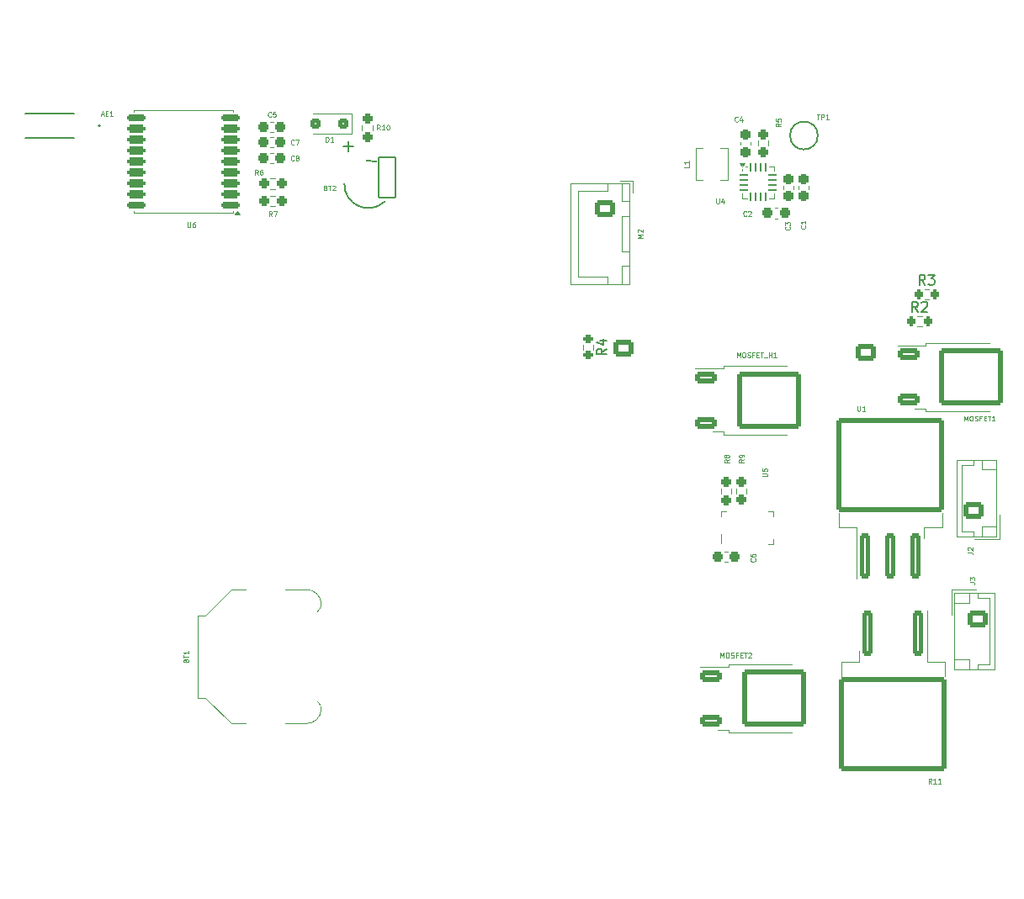
<source format=gto>
G04 #@! TF.GenerationSoftware,KiCad,Pcbnew,8.0.1*
G04 #@! TF.CreationDate,2025-04-08T18:27:35-04:00*
G04 #@! TF.ProjectId,GHOUL_V1.0,47484f55-4c5f-4563-912e-302e6b696361,rev?*
G04 #@! TF.SameCoordinates,Original*
G04 #@! TF.FileFunction,Legend,Top*
G04 #@! TF.FilePolarity,Positive*
%FSLAX46Y46*%
G04 Gerber Fmt 4.6, Leading zero omitted, Abs format (unit mm)*
G04 Created by KiCad (PCBNEW 8.0.1) date 2025-04-08 18:27:35*
%MOMM*%
%LPD*%
G01*
G04 APERTURE LIST*
G04 Aperture macros list*
%AMRoundRect*
0 Rectangle with rounded corners*
0 $1 Rounding radius*
0 $2 $3 $4 $5 $6 $7 $8 $9 X,Y pos of 4 corners*
0 Add a 4 corners polygon primitive as box body*
4,1,4,$2,$3,$4,$5,$6,$7,$8,$9,$2,$3,0*
0 Add four circle primitives for the rounded corners*
1,1,$1+$1,$2,$3*
1,1,$1+$1,$4,$5*
1,1,$1+$1,$6,$7*
1,1,$1+$1,$8,$9*
0 Add four rect primitives between the rounded corners*
20,1,$1+$1,$2,$3,$4,$5,0*
20,1,$1+$1,$4,$5,$6,$7,0*
20,1,$1+$1,$6,$7,$8,$9,0*
20,1,$1+$1,$8,$9,$2,$3,0*%
G04 Aperture macros list end*
%ADD10C,0.125000*%
%ADD11C,0.150000*%
%ADD12C,0.120000*%
%ADD13C,0.127000*%
%ADD14C,7.500000*%
%ADD15C,0.000100*%
%ADD16R,3.300000X3.500000*%
%ADD17C,10.200000*%
%ADD18RoundRect,0.237500X0.237500X-0.250000X0.237500X0.250000X-0.237500X0.250000X-0.237500X-0.250000X0*%
%ADD19RoundRect,0.237500X-0.237500X0.250000X-0.237500X-0.250000X0.237500X-0.250000X0.237500X0.250000X0*%
%ADD20RoundRect,0.062500X-0.350000X-0.062500X0.350000X-0.062500X0.350000X0.062500X-0.350000X0.062500X0*%
%ADD21RoundRect,0.062500X-0.062500X-0.350000X0.062500X-0.350000X0.062500X0.350000X-0.062500X0.350000X0*%
%ADD22R,1.680000X1.680000*%
%ADD23RoundRect,0.250000X-0.850000X-0.350000X0.850000X-0.350000X0.850000X0.350000X-0.850000X0.350000X0*%
%ADD24RoundRect,0.249997X-2.950003X-2.650003X2.950003X-2.650003X2.950003X2.650003X-2.950003X2.650003X0*%
%ADD25RoundRect,0.237500X-0.300000X-0.237500X0.300000X-0.237500X0.300000X0.237500X-0.300000X0.237500X0*%
%ADD26RoundRect,0.200000X-0.275000X0.200000X-0.275000X-0.200000X0.275000X-0.200000X0.275000X0.200000X0*%
%ADD27R,0.550000X0.950000*%
%ADD28RoundRect,0.250000X-0.300000X2.050000X-0.300000X-2.050000X0.300000X-2.050000X0.300000X2.050000X0*%
%ADD29RoundRect,0.250002X-5.149998X4.449998X-5.149998X-4.449998X5.149998X-4.449998X5.149998X4.449998X0*%
%ADD30RoundRect,0.200000X-0.200000X-0.275000X0.200000X-0.275000X0.200000X0.275000X-0.200000X0.275000X0*%
%ADD31RoundRect,0.237500X0.300000X0.237500X-0.300000X0.237500X-0.300000X-0.237500X0.300000X-0.237500X0*%
%ADD32RoundRect,0.250000X0.300000X-2.050000X0.300000X2.050000X-0.300000X2.050000X-0.300000X-2.050000X0*%
%ADD33RoundRect,0.250002X5.149998X-4.449998X5.149998X4.449998X-5.149998X4.449998X-5.149998X-4.449998X0*%
%ADD34R,1.362800X2.259800*%
%ADD35RoundRect,0.237500X-0.250000X-0.237500X0.250000X-0.237500X0.250000X0.237500X-0.250000X0.237500X0*%
%ADD36RoundRect,0.237500X0.237500X-0.300000X0.237500X0.300000X-0.237500X0.300000X-0.237500X-0.300000X0*%
%ADD37RoundRect,0.102000X0.850000X-2.050000X0.850000X2.050000X-0.850000X2.050000X-0.850000X-2.050000X0*%
%ADD38RoundRect,0.250000X0.750000X-0.600000X0.750000X0.600000X-0.750000X0.600000X-0.750000X-0.600000X0*%
%ADD39O,2.000000X1.700000*%
%ADD40RoundRect,0.250000X-0.750000X0.600000X-0.750000X-0.600000X0.750000X-0.600000X0.750000X0.600000X0*%
%ADD41RoundRect,0.250000X0.300000X0.300000X-0.300000X0.300000X-0.300000X-0.300000X0.300000X-0.300000X0*%
%ADD42R,1.200000X1.500000*%
%ADD43RoundRect,0.237500X-0.237500X0.300000X-0.237500X-0.300000X0.237500X-0.300000X0.237500X0.300000X0*%
%ADD44RoundRect,0.175000X0.725000X0.175000X-0.725000X0.175000X-0.725000X-0.175000X0.725000X-0.175000X0*%
%ADD45RoundRect,0.200000X0.700000X0.200000X-0.700000X0.200000X-0.700000X-0.200000X0.700000X-0.200000X0*%
%ADD46RoundRect,0.250000X-0.725000X0.600000X-0.725000X-0.600000X0.725000X-0.600000X0.725000X0.600000X0*%
%ADD47O,1.950000X1.700000*%
%ADD48C,2.000000*%
%ADD49C,1.524000*%
%ADD50C,1.400000*%
%ADD51R,3.500000X3.500000*%
%ADD52C,3.500000*%
%ADD53R,1.600000X1.600000*%
%ADD54C,1.600000*%
%ADD55R,1.300000X1.300000*%
%ADD56C,1.300000*%
G04 APERTURE END LIST*
D10*
X125438955Y-121748907D02*
X125462765Y-121677479D01*
X125462765Y-121677479D02*
X125486574Y-121653669D01*
X125486574Y-121653669D02*
X125534193Y-121629860D01*
X125534193Y-121629860D02*
X125605622Y-121629860D01*
X125605622Y-121629860D02*
X125653241Y-121653669D01*
X125653241Y-121653669D02*
X125677051Y-121677479D01*
X125677051Y-121677479D02*
X125700860Y-121725098D01*
X125700860Y-121725098D02*
X125700860Y-121915574D01*
X125700860Y-121915574D02*
X125200860Y-121915574D01*
X125200860Y-121915574D02*
X125200860Y-121748907D01*
X125200860Y-121748907D02*
X125224670Y-121701288D01*
X125224670Y-121701288D02*
X125248479Y-121677479D01*
X125248479Y-121677479D02*
X125296098Y-121653669D01*
X125296098Y-121653669D02*
X125343717Y-121653669D01*
X125343717Y-121653669D02*
X125391336Y-121677479D01*
X125391336Y-121677479D02*
X125415146Y-121701288D01*
X125415146Y-121701288D02*
X125438955Y-121748907D01*
X125438955Y-121748907D02*
X125438955Y-121915574D01*
X125200860Y-121487002D02*
X125200860Y-121201288D01*
X125700860Y-121344145D02*
X125200860Y-121344145D01*
X125700860Y-120772717D02*
X125700860Y-121058431D01*
X125700860Y-120915574D02*
X125200860Y-120915574D01*
X125200860Y-120915574D02*
X125272289Y-120963193D01*
X125272289Y-120963193D02*
X125319908Y-121010812D01*
X125319908Y-121010812D02*
X125343717Y-121058431D01*
X180109809Y-101508333D02*
X179871714Y-101674999D01*
X180109809Y-101794047D02*
X179609809Y-101794047D01*
X179609809Y-101794047D02*
X179609809Y-101603571D01*
X179609809Y-101603571D02*
X179633619Y-101555952D01*
X179633619Y-101555952D02*
X179657428Y-101532142D01*
X179657428Y-101532142D02*
X179705047Y-101508333D01*
X179705047Y-101508333D02*
X179776476Y-101508333D01*
X179776476Y-101508333D02*
X179824095Y-101532142D01*
X179824095Y-101532142D02*
X179847904Y-101555952D01*
X179847904Y-101555952D02*
X179871714Y-101603571D01*
X179871714Y-101603571D02*
X179871714Y-101794047D01*
X179824095Y-101222618D02*
X179800285Y-101270237D01*
X179800285Y-101270237D02*
X179776476Y-101294047D01*
X179776476Y-101294047D02*
X179728857Y-101317856D01*
X179728857Y-101317856D02*
X179705047Y-101317856D01*
X179705047Y-101317856D02*
X179657428Y-101294047D01*
X179657428Y-101294047D02*
X179633619Y-101270237D01*
X179633619Y-101270237D02*
X179609809Y-101222618D01*
X179609809Y-101222618D02*
X179609809Y-101127380D01*
X179609809Y-101127380D02*
X179633619Y-101079761D01*
X179633619Y-101079761D02*
X179657428Y-101055952D01*
X179657428Y-101055952D02*
X179705047Y-101032142D01*
X179705047Y-101032142D02*
X179728857Y-101032142D01*
X179728857Y-101032142D02*
X179776476Y-101055952D01*
X179776476Y-101055952D02*
X179800285Y-101079761D01*
X179800285Y-101079761D02*
X179824095Y-101127380D01*
X179824095Y-101127380D02*
X179824095Y-101222618D01*
X179824095Y-101222618D02*
X179847904Y-101270237D01*
X179847904Y-101270237D02*
X179871714Y-101294047D01*
X179871714Y-101294047D02*
X179919333Y-101317856D01*
X179919333Y-101317856D02*
X180014571Y-101317856D01*
X180014571Y-101317856D02*
X180062190Y-101294047D01*
X180062190Y-101294047D02*
X180086000Y-101270237D01*
X180086000Y-101270237D02*
X180109809Y-101222618D01*
X180109809Y-101222618D02*
X180109809Y-101127380D01*
X180109809Y-101127380D02*
X180086000Y-101079761D01*
X180086000Y-101079761D02*
X180062190Y-101055952D01*
X180062190Y-101055952D02*
X180014571Y-101032142D01*
X180014571Y-101032142D02*
X179919333Y-101032142D01*
X179919333Y-101032142D02*
X179871714Y-101055952D01*
X179871714Y-101055952D02*
X179847904Y-101079761D01*
X179847904Y-101079761D02*
X179824095Y-101127380D01*
X181608758Y-101497282D02*
X181370663Y-101663948D01*
X181608758Y-101782996D02*
X181108758Y-101782996D01*
X181108758Y-101782996D02*
X181108758Y-101592520D01*
X181108758Y-101592520D02*
X181132568Y-101544901D01*
X181132568Y-101544901D02*
X181156377Y-101521091D01*
X181156377Y-101521091D02*
X181203996Y-101497282D01*
X181203996Y-101497282D02*
X181275425Y-101497282D01*
X181275425Y-101497282D02*
X181323044Y-101521091D01*
X181323044Y-101521091D02*
X181346853Y-101544901D01*
X181346853Y-101544901D02*
X181370663Y-101592520D01*
X181370663Y-101592520D02*
X181370663Y-101782996D01*
X181608758Y-101259186D02*
X181608758Y-101163948D01*
X181608758Y-101163948D02*
X181584949Y-101116329D01*
X181584949Y-101116329D02*
X181561139Y-101092520D01*
X181561139Y-101092520D02*
X181489710Y-101044901D01*
X181489710Y-101044901D02*
X181394472Y-101021091D01*
X181394472Y-101021091D02*
X181203996Y-101021091D01*
X181203996Y-101021091D02*
X181156377Y-101044901D01*
X181156377Y-101044901D02*
X181132568Y-101068710D01*
X181132568Y-101068710D02*
X181108758Y-101116329D01*
X181108758Y-101116329D02*
X181108758Y-101211567D01*
X181108758Y-101211567D02*
X181132568Y-101259186D01*
X181132568Y-101259186D02*
X181156377Y-101282996D01*
X181156377Y-101282996D02*
X181203996Y-101306805D01*
X181203996Y-101306805D02*
X181323044Y-101306805D01*
X181323044Y-101306805D02*
X181370663Y-101282996D01*
X181370663Y-101282996D02*
X181394472Y-101259186D01*
X181394472Y-101259186D02*
X181418282Y-101211567D01*
X181418282Y-101211567D02*
X181418282Y-101116329D01*
X181418282Y-101116329D02*
X181394472Y-101068710D01*
X181394472Y-101068710D02*
X181370663Y-101044901D01*
X181370663Y-101044901D02*
X181323044Y-101021091D01*
X178815098Y-75270860D02*
X178815098Y-75675622D01*
X178815098Y-75675622D02*
X178838908Y-75723241D01*
X178838908Y-75723241D02*
X178862717Y-75747051D01*
X178862717Y-75747051D02*
X178910336Y-75770860D01*
X178910336Y-75770860D02*
X179005574Y-75770860D01*
X179005574Y-75770860D02*
X179053193Y-75747051D01*
X179053193Y-75747051D02*
X179077003Y-75723241D01*
X179077003Y-75723241D02*
X179100812Y-75675622D01*
X179100812Y-75675622D02*
X179100812Y-75270860D01*
X179553194Y-75437527D02*
X179553194Y-75770860D01*
X179434146Y-75247051D02*
X179315099Y-75604193D01*
X179315099Y-75604193D02*
X179624622Y-75604193D01*
X203764286Y-97624809D02*
X203764286Y-97124809D01*
X203764286Y-97124809D02*
X203930953Y-97481952D01*
X203930953Y-97481952D02*
X204097619Y-97124809D01*
X204097619Y-97124809D02*
X204097619Y-97624809D01*
X204430953Y-97124809D02*
X204526191Y-97124809D01*
X204526191Y-97124809D02*
X204573810Y-97148619D01*
X204573810Y-97148619D02*
X204621429Y-97196238D01*
X204621429Y-97196238D02*
X204645239Y-97291476D01*
X204645239Y-97291476D02*
X204645239Y-97458142D01*
X204645239Y-97458142D02*
X204621429Y-97553380D01*
X204621429Y-97553380D02*
X204573810Y-97601000D01*
X204573810Y-97601000D02*
X204526191Y-97624809D01*
X204526191Y-97624809D02*
X204430953Y-97624809D01*
X204430953Y-97624809D02*
X204383334Y-97601000D01*
X204383334Y-97601000D02*
X204335715Y-97553380D01*
X204335715Y-97553380D02*
X204311906Y-97458142D01*
X204311906Y-97458142D02*
X204311906Y-97291476D01*
X204311906Y-97291476D02*
X204335715Y-97196238D01*
X204335715Y-97196238D02*
X204383334Y-97148619D01*
X204383334Y-97148619D02*
X204430953Y-97124809D01*
X204835716Y-97601000D02*
X204907144Y-97624809D01*
X204907144Y-97624809D02*
X205026192Y-97624809D01*
X205026192Y-97624809D02*
X205073811Y-97601000D01*
X205073811Y-97601000D02*
X205097620Y-97577190D01*
X205097620Y-97577190D02*
X205121430Y-97529571D01*
X205121430Y-97529571D02*
X205121430Y-97481952D01*
X205121430Y-97481952D02*
X205097620Y-97434333D01*
X205097620Y-97434333D02*
X205073811Y-97410523D01*
X205073811Y-97410523D02*
X205026192Y-97386714D01*
X205026192Y-97386714D02*
X204930954Y-97362904D01*
X204930954Y-97362904D02*
X204883335Y-97339095D01*
X204883335Y-97339095D02*
X204859525Y-97315285D01*
X204859525Y-97315285D02*
X204835716Y-97267666D01*
X204835716Y-97267666D02*
X204835716Y-97220047D01*
X204835716Y-97220047D02*
X204859525Y-97172428D01*
X204859525Y-97172428D02*
X204883335Y-97148619D01*
X204883335Y-97148619D02*
X204930954Y-97124809D01*
X204930954Y-97124809D02*
X205050001Y-97124809D01*
X205050001Y-97124809D02*
X205121430Y-97148619D01*
X205502382Y-97362904D02*
X205335715Y-97362904D01*
X205335715Y-97624809D02*
X205335715Y-97124809D01*
X205335715Y-97124809D02*
X205573810Y-97124809D01*
X205764286Y-97362904D02*
X205930953Y-97362904D01*
X206002381Y-97624809D02*
X205764286Y-97624809D01*
X205764286Y-97624809D02*
X205764286Y-97124809D01*
X205764286Y-97124809D02*
X206002381Y-97124809D01*
X206145239Y-97124809D02*
X206430953Y-97124809D01*
X206288096Y-97624809D02*
X206288096Y-97124809D01*
X206859524Y-97624809D02*
X206573810Y-97624809D01*
X206716667Y-97624809D02*
X206716667Y-97124809D01*
X206716667Y-97124809D02*
X206669048Y-97196238D01*
X206669048Y-97196238D02*
X206621429Y-97243857D01*
X206621429Y-97243857D02*
X206573810Y-97267666D01*
X181837717Y-76955741D02*
X181813908Y-76979551D01*
X181813908Y-76979551D02*
X181742479Y-77003360D01*
X181742479Y-77003360D02*
X181694860Y-77003360D01*
X181694860Y-77003360D02*
X181623432Y-76979551D01*
X181623432Y-76979551D02*
X181575813Y-76931931D01*
X181575813Y-76931931D02*
X181552003Y-76884312D01*
X181552003Y-76884312D02*
X181528194Y-76789074D01*
X181528194Y-76789074D02*
X181528194Y-76717646D01*
X181528194Y-76717646D02*
X181552003Y-76622408D01*
X181552003Y-76622408D02*
X181575813Y-76574789D01*
X181575813Y-76574789D02*
X181623432Y-76527170D01*
X181623432Y-76527170D02*
X181694860Y-76503360D01*
X181694860Y-76503360D02*
X181742479Y-76503360D01*
X181742479Y-76503360D02*
X181813908Y-76527170D01*
X181813908Y-76527170D02*
X181837717Y-76550979D01*
X182028194Y-76550979D02*
X182052003Y-76527170D01*
X182052003Y-76527170D02*
X182099622Y-76503360D01*
X182099622Y-76503360D02*
X182218670Y-76503360D01*
X182218670Y-76503360D02*
X182266289Y-76527170D01*
X182266289Y-76527170D02*
X182290098Y-76550979D01*
X182290098Y-76550979D02*
X182313908Y-76598598D01*
X182313908Y-76598598D02*
X182313908Y-76646217D01*
X182313908Y-76646217D02*
X182290098Y-76717646D01*
X182290098Y-76717646D02*
X182004384Y-77003360D01*
X182004384Y-77003360D02*
X182313908Y-77003360D01*
D11*
X167784819Y-90366666D02*
X167308628Y-90699999D01*
X167784819Y-90938094D02*
X166784819Y-90938094D01*
X166784819Y-90938094D02*
X166784819Y-90557142D01*
X166784819Y-90557142D02*
X166832438Y-90461904D01*
X166832438Y-90461904D02*
X166880057Y-90414285D01*
X166880057Y-90414285D02*
X166975295Y-90366666D01*
X166975295Y-90366666D02*
X167118152Y-90366666D01*
X167118152Y-90366666D02*
X167213390Y-90414285D01*
X167213390Y-90414285D02*
X167261009Y-90461904D01*
X167261009Y-90461904D02*
X167308628Y-90557142D01*
X167308628Y-90557142D02*
X167308628Y-90938094D01*
X167118152Y-89509523D02*
X167784819Y-89509523D01*
X166737200Y-89747618D02*
X167451485Y-89985713D01*
X167451485Y-89985713D02*
X167451485Y-89366666D01*
D10*
X183450860Y-103207003D02*
X183855622Y-103207003D01*
X183855622Y-103207003D02*
X183903241Y-103183193D01*
X183903241Y-103183193D02*
X183927051Y-103159384D01*
X183927051Y-103159384D02*
X183950860Y-103111765D01*
X183950860Y-103111765D02*
X183950860Y-103016527D01*
X183950860Y-103016527D02*
X183927051Y-102968908D01*
X183927051Y-102968908D02*
X183903241Y-102945098D01*
X183903241Y-102945098D02*
X183855622Y-102921289D01*
X183855622Y-102921289D02*
X183450860Y-102921289D01*
X183450860Y-102445098D02*
X183450860Y-102683193D01*
X183450860Y-102683193D02*
X183688955Y-102707002D01*
X183688955Y-102707002D02*
X183665146Y-102683193D01*
X183665146Y-102683193D02*
X183641336Y-102635574D01*
X183641336Y-102635574D02*
X183641336Y-102516526D01*
X183641336Y-102516526D02*
X183665146Y-102468907D01*
X183665146Y-102468907D02*
X183688955Y-102445098D01*
X183688955Y-102445098D02*
X183736574Y-102421288D01*
X183736574Y-102421288D02*
X183855622Y-102421288D01*
X183855622Y-102421288D02*
X183903241Y-102445098D01*
X183903241Y-102445098D02*
X183927051Y-102468907D01*
X183927051Y-102468907D02*
X183950860Y-102516526D01*
X183950860Y-102516526D02*
X183950860Y-102635574D01*
X183950860Y-102635574D02*
X183927051Y-102683193D01*
X183927051Y-102683193D02*
X183903241Y-102707002D01*
X200484622Y-134125860D02*
X200317956Y-133887765D01*
X200198908Y-134125860D02*
X200198908Y-133625860D01*
X200198908Y-133625860D02*
X200389384Y-133625860D01*
X200389384Y-133625860D02*
X200437003Y-133649670D01*
X200437003Y-133649670D02*
X200460813Y-133673479D01*
X200460813Y-133673479D02*
X200484622Y-133721098D01*
X200484622Y-133721098D02*
X200484622Y-133792527D01*
X200484622Y-133792527D02*
X200460813Y-133840146D01*
X200460813Y-133840146D02*
X200437003Y-133863955D01*
X200437003Y-133863955D02*
X200389384Y-133887765D01*
X200389384Y-133887765D02*
X200198908Y-133887765D01*
X200960813Y-134125860D02*
X200675099Y-134125860D01*
X200817956Y-134125860D02*
X200817956Y-133625860D01*
X200817956Y-133625860D02*
X200770337Y-133697289D01*
X200770337Y-133697289D02*
X200722718Y-133744908D01*
X200722718Y-133744908D02*
X200675099Y-133768717D01*
X201437003Y-134125860D02*
X201151289Y-134125860D01*
X201294146Y-134125860D02*
X201294146Y-133625860D01*
X201294146Y-133625860D02*
X201246527Y-133697289D01*
X201246527Y-133697289D02*
X201198908Y-133744908D01*
X201198908Y-133744908D02*
X201151289Y-133768717D01*
X179225337Y-121465860D02*
X179225337Y-120965860D01*
X179225337Y-120965860D02*
X179392004Y-121323003D01*
X179392004Y-121323003D02*
X179558670Y-120965860D01*
X179558670Y-120965860D02*
X179558670Y-121465860D01*
X179892004Y-120965860D02*
X179987242Y-120965860D01*
X179987242Y-120965860D02*
X180034861Y-120989670D01*
X180034861Y-120989670D02*
X180082480Y-121037289D01*
X180082480Y-121037289D02*
X180106290Y-121132527D01*
X180106290Y-121132527D02*
X180106290Y-121299193D01*
X180106290Y-121299193D02*
X180082480Y-121394431D01*
X180082480Y-121394431D02*
X180034861Y-121442051D01*
X180034861Y-121442051D02*
X179987242Y-121465860D01*
X179987242Y-121465860D02*
X179892004Y-121465860D01*
X179892004Y-121465860D02*
X179844385Y-121442051D01*
X179844385Y-121442051D02*
X179796766Y-121394431D01*
X179796766Y-121394431D02*
X179772957Y-121299193D01*
X179772957Y-121299193D02*
X179772957Y-121132527D01*
X179772957Y-121132527D02*
X179796766Y-121037289D01*
X179796766Y-121037289D02*
X179844385Y-120989670D01*
X179844385Y-120989670D02*
X179892004Y-120965860D01*
X180296767Y-121442051D02*
X180368195Y-121465860D01*
X180368195Y-121465860D02*
X180487243Y-121465860D01*
X180487243Y-121465860D02*
X180534862Y-121442051D01*
X180534862Y-121442051D02*
X180558671Y-121418241D01*
X180558671Y-121418241D02*
X180582481Y-121370622D01*
X180582481Y-121370622D02*
X180582481Y-121323003D01*
X180582481Y-121323003D02*
X180558671Y-121275384D01*
X180558671Y-121275384D02*
X180534862Y-121251574D01*
X180534862Y-121251574D02*
X180487243Y-121227765D01*
X180487243Y-121227765D02*
X180392005Y-121203955D01*
X180392005Y-121203955D02*
X180344386Y-121180146D01*
X180344386Y-121180146D02*
X180320576Y-121156336D01*
X180320576Y-121156336D02*
X180296767Y-121108717D01*
X180296767Y-121108717D02*
X180296767Y-121061098D01*
X180296767Y-121061098D02*
X180320576Y-121013479D01*
X180320576Y-121013479D02*
X180344386Y-120989670D01*
X180344386Y-120989670D02*
X180392005Y-120965860D01*
X180392005Y-120965860D02*
X180511052Y-120965860D01*
X180511052Y-120965860D02*
X180582481Y-120989670D01*
X180963433Y-121203955D02*
X180796766Y-121203955D01*
X180796766Y-121465860D02*
X180796766Y-120965860D01*
X180796766Y-120965860D02*
X181034861Y-120965860D01*
X181225337Y-121203955D02*
X181392004Y-121203955D01*
X181463432Y-121465860D02*
X181225337Y-121465860D01*
X181225337Y-121465860D02*
X181225337Y-120965860D01*
X181225337Y-120965860D02*
X181463432Y-120965860D01*
X181606290Y-120965860D02*
X181892004Y-120965860D01*
X181749147Y-121465860D02*
X181749147Y-120965860D01*
X182034861Y-121013479D02*
X182058670Y-120989670D01*
X182058670Y-120989670D02*
X182106289Y-120965860D01*
X182106289Y-120965860D02*
X182225337Y-120965860D01*
X182225337Y-120965860D02*
X182272956Y-120989670D01*
X182272956Y-120989670D02*
X182296765Y-121013479D01*
X182296765Y-121013479D02*
X182320575Y-121061098D01*
X182320575Y-121061098D02*
X182320575Y-121108717D01*
X182320575Y-121108717D02*
X182296765Y-121180146D01*
X182296765Y-121180146D02*
X182011051Y-121465860D01*
X182011051Y-121465860D02*
X182320575Y-121465860D01*
D11*
X199109384Y-86640870D02*
X198776051Y-86164679D01*
X198537956Y-86640870D02*
X198537956Y-85640870D01*
X198537956Y-85640870D02*
X198918908Y-85640870D01*
X198918908Y-85640870D02*
X199014146Y-85688489D01*
X199014146Y-85688489D02*
X199061765Y-85736108D01*
X199061765Y-85736108D02*
X199109384Y-85831346D01*
X199109384Y-85831346D02*
X199109384Y-85974203D01*
X199109384Y-85974203D02*
X199061765Y-86069441D01*
X199061765Y-86069441D02*
X199014146Y-86117060D01*
X199014146Y-86117060D02*
X198918908Y-86164679D01*
X198918908Y-86164679D02*
X198537956Y-86164679D01*
X199490337Y-85736108D02*
X199537956Y-85688489D01*
X199537956Y-85688489D02*
X199633194Y-85640870D01*
X199633194Y-85640870D02*
X199871289Y-85640870D01*
X199871289Y-85640870D02*
X199966527Y-85688489D01*
X199966527Y-85688489D02*
X200014146Y-85736108D01*
X200014146Y-85736108D02*
X200061765Y-85831346D01*
X200061765Y-85831346D02*
X200061765Y-85926584D01*
X200061765Y-85926584D02*
X200014146Y-86069441D01*
X200014146Y-86069441D02*
X199442718Y-86640870D01*
X199442718Y-86640870D02*
X200061765Y-86640870D01*
D10*
X136316666Y-69777190D02*
X136292857Y-69801000D01*
X136292857Y-69801000D02*
X136221428Y-69824809D01*
X136221428Y-69824809D02*
X136173809Y-69824809D01*
X136173809Y-69824809D02*
X136102381Y-69801000D01*
X136102381Y-69801000D02*
X136054762Y-69753380D01*
X136054762Y-69753380D02*
X136030952Y-69705761D01*
X136030952Y-69705761D02*
X136007143Y-69610523D01*
X136007143Y-69610523D02*
X136007143Y-69539095D01*
X136007143Y-69539095D02*
X136030952Y-69443857D01*
X136030952Y-69443857D02*
X136054762Y-69396238D01*
X136054762Y-69396238D02*
X136102381Y-69348619D01*
X136102381Y-69348619D02*
X136173809Y-69324809D01*
X136173809Y-69324809D02*
X136221428Y-69324809D01*
X136221428Y-69324809D02*
X136292857Y-69348619D01*
X136292857Y-69348619D02*
X136316666Y-69372428D01*
X136483333Y-69324809D02*
X136816666Y-69324809D01*
X136816666Y-69324809D02*
X136602381Y-69824809D01*
X182713241Y-111489384D02*
X182737051Y-111513193D01*
X182737051Y-111513193D02*
X182760860Y-111584622D01*
X182760860Y-111584622D02*
X182760860Y-111632241D01*
X182760860Y-111632241D02*
X182737051Y-111703669D01*
X182737051Y-111703669D02*
X182689431Y-111751288D01*
X182689431Y-111751288D02*
X182641812Y-111775098D01*
X182641812Y-111775098D02*
X182546574Y-111798907D01*
X182546574Y-111798907D02*
X182475146Y-111798907D01*
X182475146Y-111798907D02*
X182379908Y-111775098D01*
X182379908Y-111775098D02*
X182332289Y-111751288D01*
X182332289Y-111751288D02*
X182284670Y-111703669D01*
X182284670Y-111703669D02*
X182260860Y-111632241D01*
X182260860Y-111632241D02*
X182260860Y-111584622D01*
X182260860Y-111584622D02*
X182284670Y-111513193D01*
X182284670Y-111513193D02*
X182308479Y-111489384D01*
X182260860Y-111060812D02*
X182260860Y-111156050D01*
X182260860Y-111156050D02*
X182284670Y-111203669D01*
X182284670Y-111203669D02*
X182308479Y-111227479D01*
X182308479Y-111227479D02*
X182379908Y-111275098D01*
X182379908Y-111275098D02*
X182475146Y-111298907D01*
X182475146Y-111298907D02*
X182665622Y-111298907D01*
X182665622Y-111298907D02*
X182713241Y-111275098D01*
X182713241Y-111275098D02*
X182737051Y-111251288D01*
X182737051Y-111251288D02*
X182760860Y-111203669D01*
X182760860Y-111203669D02*
X182760860Y-111108431D01*
X182760860Y-111108431D02*
X182737051Y-111060812D01*
X182737051Y-111060812D02*
X182713241Y-111037003D01*
X182713241Y-111037003D02*
X182665622Y-111013193D01*
X182665622Y-111013193D02*
X182546574Y-111013193D01*
X182546574Y-111013193D02*
X182498955Y-111037003D01*
X182498955Y-111037003D02*
X182475146Y-111060812D01*
X182475146Y-111060812D02*
X182451336Y-111108431D01*
X182451336Y-111108431D02*
X182451336Y-111203669D01*
X182451336Y-111203669D02*
X182475146Y-111251288D01*
X182475146Y-111251288D02*
X182498955Y-111275098D01*
X182498955Y-111275098D02*
X182546574Y-111298907D01*
X193019047Y-96124809D02*
X193019047Y-96529571D01*
X193019047Y-96529571D02*
X193042857Y-96577190D01*
X193042857Y-96577190D02*
X193066666Y-96601000D01*
X193066666Y-96601000D02*
X193114285Y-96624809D01*
X193114285Y-96624809D02*
X193209523Y-96624809D01*
X193209523Y-96624809D02*
X193257142Y-96601000D01*
X193257142Y-96601000D02*
X193280952Y-96577190D01*
X193280952Y-96577190D02*
X193304761Y-96529571D01*
X193304761Y-96529571D02*
X193304761Y-96124809D01*
X193804762Y-96624809D02*
X193519048Y-96624809D01*
X193661905Y-96624809D02*
X193661905Y-96124809D01*
X193661905Y-96124809D02*
X193614286Y-96196238D01*
X193614286Y-96196238D02*
X193566667Y-96243857D01*
X193566667Y-96243857D02*
X193519048Y-96267666D01*
D11*
X199833333Y-83924819D02*
X199500000Y-83448628D01*
X199261905Y-83924819D02*
X199261905Y-82924819D01*
X199261905Y-82924819D02*
X199642857Y-82924819D01*
X199642857Y-82924819D02*
X199738095Y-82972438D01*
X199738095Y-82972438D02*
X199785714Y-83020057D01*
X199785714Y-83020057D02*
X199833333Y-83115295D01*
X199833333Y-83115295D02*
X199833333Y-83258152D01*
X199833333Y-83258152D02*
X199785714Y-83353390D01*
X199785714Y-83353390D02*
X199738095Y-83401009D01*
X199738095Y-83401009D02*
X199642857Y-83448628D01*
X199642857Y-83448628D02*
X199261905Y-83448628D01*
X200166667Y-82924819D02*
X200785714Y-82924819D01*
X200785714Y-82924819D02*
X200452381Y-83305771D01*
X200452381Y-83305771D02*
X200595238Y-83305771D01*
X200595238Y-83305771D02*
X200690476Y-83353390D01*
X200690476Y-83353390D02*
X200738095Y-83401009D01*
X200738095Y-83401009D02*
X200785714Y-83496247D01*
X200785714Y-83496247D02*
X200785714Y-83734342D01*
X200785714Y-83734342D02*
X200738095Y-83829580D01*
X200738095Y-83829580D02*
X200690476Y-83877200D01*
X200690476Y-83877200D02*
X200595238Y-83924819D01*
X200595238Y-83924819D02*
X200309524Y-83924819D01*
X200309524Y-83924819D02*
X200214286Y-83877200D01*
X200214286Y-83877200D02*
X200166667Y-83829580D01*
D10*
X116916667Y-66781952D02*
X117154762Y-66781952D01*
X116869048Y-66924809D02*
X117035714Y-66424809D01*
X117035714Y-66424809D02*
X117202381Y-66924809D01*
X117369047Y-66662904D02*
X117535714Y-66662904D01*
X117607142Y-66924809D02*
X117369047Y-66924809D01*
X117369047Y-66924809D02*
X117369047Y-66424809D01*
X117369047Y-66424809D02*
X117607142Y-66424809D01*
X118083333Y-66924809D02*
X117797619Y-66924809D01*
X117940476Y-66924809D02*
X117940476Y-66424809D01*
X117940476Y-66424809D02*
X117892857Y-66496238D01*
X117892857Y-66496238D02*
X117845238Y-66543857D01*
X117845238Y-66543857D02*
X117797619Y-66567666D01*
X132716666Y-72824809D02*
X132550000Y-72586714D01*
X132430952Y-72824809D02*
X132430952Y-72324809D01*
X132430952Y-72324809D02*
X132621428Y-72324809D01*
X132621428Y-72324809D02*
X132669047Y-72348619D01*
X132669047Y-72348619D02*
X132692857Y-72372428D01*
X132692857Y-72372428D02*
X132716666Y-72420047D01*
X132716666Y-72420047D02*
X132716666Y-72491476D01*
X132716666Y-72491476D02*
X132692857Y-72539095D01*
X132692857Y-72539095D02*
X132669047Y-72562904D01*
X132669047Y-72562904D02*
X132621428Y-72586714D01*
X132621428Y-72586714D02*
X132430952Y-72586714D01*
X133145238Y-72324809D02*
X133050000Y-72324809D01*
X133050000Y-72324809D02*
X133002381Y-72348619D01*
X133002381Y-72348619D02*
X132978571Y-72372428D01*
X132978571Y-72372428D02*
X132930952Y-72443857D01*
X132930952Y-72443857D02*
X132907143Y-72539095D01*
X132907143Y-72539095D02*
X132907143Y-72729571D01*
X132907143Y-72729571D02*
X132930952Y-72777190D01*
X132930952Y-72777190D02*
X132954762Y-72801000D01*
X132954762Y-72801000D02*
X133002381Y-72824809D01*
X133002381Y-72824809D02*
X133097619Y-72824809D01*
X133097619Y-72824809D02*
X133145238Y-72801000D01*
X133145238Y-72801000D02*
X133169047Y-72777190D01*
X133169047Y-72777190D02*
X133192857Y-72729571D01*
X133192857Y-72729571D02*
X133192857Y-72610523D01*
X133192857Y-72610523D02*
X133169047Y-72562904D01*
X133169047Y-72562904D02*
X133145238Y-72539095D01*
X133145238Y-72539095D02*
X133097619Y-72515285D01*
X133097619Y-72515285D02*
X133002381Y-72515285D01*
X133002381Y-72515285D02*
X132954762Y-72539095D01*
X132954762Y-72539095D02*
X132930952Y-72562904D01*
X132930952Y-72562904D02*
X132907143Y-72610523D01*
X185320860Y-67681884D02*
X185082765Y-67848550D01*
X185320860Y-67967598D02*
X184820860Y-67967598D01*
X184820860Y-67967598D02*
X184820860Y-67777122D01*
X184820860Y-67777122D02*
X184844670Y-67729503D01*
X184844670Y-67729503D02*
X184868479Y-67705693D01*
X184868479Y-67705693D02*
X184916098Y-67681884D01*
X184916098Y-67681884D02*
X184987527Y-67681884D01*
X184987527Y-67681884D02*
X185035146Y-67705693D01*
X185035146Y-67705693D02*
X185058955Y-67729503D01*
X185058955Y-67729503D02*
X185082765Y-67777122D01*
X185082765Y-67777122D02*
X185082765Y-67967598D01*
X184820860Y-67229503D02*
X184820860Y-67467598D01*
X184820860Y-67467598D02*
X185058955Y-67491407D01*
X185058955Y-67491407D02*
X185035146Y-67467598D01*
X185035146Y-67467598D02*
X185011336Y-67419979D01*
X185011336Y-67419979D02*
X185011336Y-67300931D01*
X185011336Y-67300931D02*
X185035146Y-67253312D01*
X185035146Y-67253312D02*
X185058955Y-67229503D01*
X185058955Y-67229503D02*
X185106574Y-67205693D01*
X185106574Y-67205693D02*
X185225622Y-67205693D01*
X185225622Y-67205693D02*
X185273241Y-67229503D01*
X185273241Y-67229503D02*
X185297051Y-67253312D01*
X185297051Y-67253312D02*
X185320860Y-67300931D01*
X185320860Y-67300931D02*
X185320860Y-67419979D01*
X185320860Y-67419979D02*
X185297051Y-67467598D01*
X185297051Y-67467598D02*
X185273241Y-67491407D01*
X180982717Y-67455741D02*
X180958908Y-67479551D01*
X180958908Y-67479551D02*
X180887479Y-67503360D01*
X180887479Y-67503360D02*
X180839860Y-67503360D01*
X180839860Y-67503360D02*
X180768432Y-67479551D01*
X180768432Y-67479551D02*
X180720813Y-67431931D01*
X180720813Y-67431931D02*
X180697003Y-67384312D01*
X180697003Y-67384312D02*
X180673194Y-67289074D01*
X180673194Y-67289074D02*
X180673194Y-67217646D01*
X180673194Y-67217646D02*
X180697003Y-67122408D01*
X180697003Y-67122408D02*
X180720813Y-67074789D01*
X180720813Y-67074789D02*
X180768432Y-67027170D01*
X180768432Y-67027170D02*
X180839860Y-67003360D01*
X180839860Y-67003360D02*
X180887479Y-67003360D01*
X180887479Y-67003360D02*
X180958908Y-67027170D01*
X180958908Y-67027170D02*
X180982717Y-67050979D01*
X181411289Y-67170027D02*
X181411289Y-67503360D01*
X181292241Y-66979551D02*
X181173194Y-67336693D01*
X181173194Y-67336693D02*
X181482717Y-67336693D01*
X139507143Y-74162904D02*
X139578571Y-74186714D01*
X139578571Y-74186714D02*
X139602381Y-74210523D01*
X139602381Y-74210523D02*
X139626190Y-74258142D01*
X139626190Y-74258142D02*
X139626190Y-74329571D01*
X139626190Y-74329571D02*
X139602381Y-74377190D01*
X139602381Y-74377190D02*
X139578571Y-74401000D01*
X139578571Y-74401000D02*
X139530952Y-74424809D01*
X139530952Y-74424809D02*
X139340476Y-74424809D01*
X139340476Y-74424809D02*
X139340476Y-73924809D01*
X139340476Y-73924809D02*
X139507143Y-73924809D01*
X139507143Y-73924809D02*
X139554762Y-73948619D01*
X139554762Y-73948619D02*
X139578571Y-73972428D01*
X139578571Y-73972428D02*
X139602381Y-74020047D01*
X139602381Y-74020047D02*
X139602381Y-74067666D01*
X139602381Y-74067666D02*
X139578571Y-74115285D01*
X139578571Y-74115285D02*
X139554762Y-74139095D01*
X139554762Y-74139095D02*
X139507143Y-74162904D01*
X139507143Y-74162904D02*
X139340476Y-74162904D01*
X139769048Y-73924809D02*
X140054762Y-73924809D01*
X139911905Y-74424809D02*
X139911905Y-73924809D01*
X140197619Y-73972428D02*
X140221428Y-73948619D01*
X140221428Y-73948619D02*
X140269047Y-73924809D01*
X140269047Y-73924809D02*
X140388095Y-73924809D01*
X140388095Y-73924809D02*
X140435714Y-73948619D01*
X140435714Y-73948619D02*
X140459523Y-73972428D01*
X140459523Y-73972428D02*
X140483333Y-74020047D01*
X140483333Y-74020047D02*
X140483333Y-74067666D01*
X140483333Y-74067666D02*
X140459523Y-74139095D01*
X140459523Y-74139095D02*
X140173809Y-74424809D01*
X140173809Y-74424809D02*
X140483333Y-74424809D01*
D11*
X141806639Y-70533825D02*
X141806639Y-69466175D01*
X142340464Y-70000000D02*
X141272813Y-70000000D01*
D10*
X204124809Y-110866666D02*
X204481952Y-110866666D01*
X204481952Y-110866666D02*
X204553380Y-110890475D01*
X204553380Y-110890475D02*
X204601000Y-110938094D01*
X204601000Y-110938094D02*
X204624809Y-111009523D01*
X204624809Y-111009523D02*
X204624809Y-111057142D01*
X204172428Y-110652380D02*
X204148619Y-110628571D01*
X204148619Y-110628571D02*
X204124809Y-110580952D01*
X204124809Y-110580952D02*
X204124809Y-110461904D01*
X204124809Y-110461904D02*
X204148619Y-110414285D01*
X204148619Y-110414285D02*
X204172428Y-110390476D01*
X204172428Y-110390476D02*
X204220047Y-110366666D01*
X204220047Y-110366666D02*
X204267666Y-110366666D01*
X204267666Y-110366666D02*
X204339095Y-110390476D01*
X204339095Y-110390476D02*
X204624809Y-110676190D01*
X204624809Y-110676190D02*
X204624809Y-110366666D01*
X204324809Y-113866666D02*
X204681952Y-113866666D01*
X204681952Y-113866666D02*
X204753380Y-113890475D01*
X204753380Y-113890475D02*
X204801000Y-113938094D01*
X204801000Y-113938094D02*
X204824809Y-114009523D01*
X204824809Y-114009523D02*
X204824809Y-114057142D01*
X204324809Y-113676190D02*
X204324809Y-113366666D01*
X204324809Y-113366666D02*
X204515285Y-113533333D01*
X204515285Y-113533333D02*
X204515285Y-113461904D01*
X204515285Y-113461904D02*
X204539095Y-113414285D01*
X204539095Y-113414285D02*
X204562904Y-113390476D01*
X204562904Y-113390476D02*
X204610523Y-113366666D01*
X204610523Y-113366666D02*
X204729571Y-113366666D01*
X204729571Y-113366666D02*
X204777190Y-113390476D01*
X204777190Y-113390476D02*
X204801000Y-113414285D01*
X204801000Y-113414285D02*
X204824809Y-113461904D01*
X204824809Y-113461904D02*
X204824809Y-113604761D01*
X204824809Y-113604761D02*
X204801000Y-113652380D01*
X204801000Y-113652380D02*
X204777190Y-113676190D01*
X139530952Y-69524809D02*
X139530952Y-69024809D01*
X139530952Y-69024809D02*
X139650000Y-69024809D01*
X139650000Y-69024809D02*
X139721428Y-69048619D01*
X139721428Y-69048619D02*
X139769047Y-69096238D01*
X139769047Y-69096238D02*
X139792857Y-69143857D01*
X139792857Y-69143857D02*
X139816666Y-69239095D01*
X139816666Y-69239095D02*
X139816666Y-69310523D01*
X139816666Y-69310523D02*
X139792857Y-69405761D01*
X139792857Y-69405761D02*
X139769047Y-69453380D01*
X139769047Y-69453380D02*
X139721428Y-69501000D01*
X139721428Y-69501000D02*
X139650000Y-69524809D01*
X139650000Y-69524809D02*
X139530952Y-69524809D01*
X140292857Y-69524809D02*
X140007143Y-69524809D01*
X140150000Y-69524809D02*
X140150000Y-69024809D01*
X140150000Y-69024809D02*
X140102381Y-69096238D01*
X140102381Y-69096238D02*
X140054762Y-69143857D01*
X140054762Y-69143857D02*
X140007143Y-69167666D01*
X176046860Y-71869384D02*
X176046860Y-72107479D01*
X176046860Y-72107479D02*
X175546860Y-72107479D01*
X176046860Y-71440812D02*
X176046860Y-71726526D01*
X176046860Y-71583669D02*
X175546860Y-71583669D01*
X175546860Y-71583669D02*
X175618289Y-71631288D01*
X175618289Y-71631288D02*
X175665908Y-71678907D01*
X175665908Y-71678907D02*
X175689717Y-71726526D01*
X144978571Y-68324809D02*
X144811905Y-68086714D01*
X144692857Y-68324809D02*
X144692857Y-67824809D01*
X144692857Y-67824809D02*
X144883333Y-67824809D01*
X144883333Y-67824809D02*
X144930952Y-67848619D01*
X144930952Y-67848619D02*
X144954762Y-67872428D01*
X144954762Y-67872428D02*
X144978571Y-67920047D01*
X144978571Y-67920047D02*
X144978571Y-67991476D01*
X144978571Y-67991476D02*
X144954762Y-68039095D01*
X144954762Y-68039095D02*
X144930952Y-68062904D01*
X144930952Y-68062904D02*
X144883333Y-68086714D01*
X144883333Y-68086714D02*
X144692857Y-68086714D01*
X145454762Y-68324809D02*
X145169048Y-68324809D01*
X145311905Y-68324809D02*
X145311905Y-67824809D01*
X145311905Y-67824809D02*
X145264286Y-67896238D01*
X145264286Y-67896238D02*
X145216667Y-67943857D01*
X145216667Y-67943857D02*
X145169048Y-67967666D01*
X145764285Y-67824809D02*
X145811904Y-67824809D01*
X145811904Y-67824809D02*
X145859523Y-67848619D01*
X145859523Y-67848619D02*
X145883333Y-67872428D01*
X145883333Y-67872428D02*
X145907142Y-67920047D01*
X145907142Y-67920047D02*
X145930952Y-68015285D01*
X145930952Y-68015285D02*
X145930952Y-68134333D01*
X145930952Y-68134333D02*
X145907142Y-68229571D01*
X145907142Y-68229571D02*
X145883333Y-68277190D01*
X145883333Y-68277190D02*
X145859523Y-68301000D01*
X145859523Y-68301000D02*
X145811904Y-68324809D01*
X145811904Y-68324809D02*
X145764285Y-68324809D01*
X145764285Y-68324809D02*
X145716666Y-68301000D01*
X145716666Y-68301000D02*
X145692857Y-68277190D01*
X145692857Y-68277190D02*
X145669047Y-68229571D01*
X145669047Y-68229571D02*
X145645238Y-68134333D01*
X145645238Y-68134333D02*
X145645238Y-68015285D01*
X145645238Y-68015285D02*
X145669047Y-67920047D01*
X145669047Y-67920047D02*
X145692857Y-67872428D01*
X145692857Y-67872428D02*
X145716666Y-67848619D01*
X145716666Y-67848619D02*
X145764285Y-67824809D01*
X187758241Y-77969384D02*
X187782051Y-77993193D01*
X187782051Y-77993193D02*
X187805860Y-78064622D01*
X187805860Y-78064622D02*
X187805860Y-78112241D01*
X187805860Y-78112241D02*
X187782051Y-78183669D01*
X187782051Y-78183669D02*
X187734431Y-78231288D01*
X187734431Y-78231288D02*
X187686812Y-78255098D01*
X187686812Y-78255098D02*
X187591574Y-78278907D01*
X187591574Y-78278907D02*
X187520146Y-78278907D01*
X187520146Y-78278907D02*
X187424908Y-78255098D01*
X187424908Y-78255098D02*
X187377289Y-78231288D01*
X187377289Y-78231288D02*
X187329670Y-78183669D01*
X187329670Y-78183669D02*
X187305860Y-78112241D01*
X187305860Y-78112241D02*
X187305860Y-78064622D01*
X187305860Y-78064622D02*
X187329670Y-77993193D01*
X187329670Y-77993193D02*
X187353479Y-77969384D01*
X187805860Y-77493193D02*
X187805860Y-77778907D01*
X187805860Y-77636050D02*
X187305860Y-77636050D01*
X187305860Y-77636050D02*
X187377289Y-77683669D01*
X187377289Y-77683669D02*
X187424908Y-77731288D01*
X187424908Y-77731288D02*
X187448717Y-77778907D01*
X180877956Y-91210860D02*
X180877956Y-90710860D01*
X180877956Y-90710860D02*
X181044623Y-91068003D01*
X181044623Y-91068003D02*
X181211289Y-90710860D01*
X181211289Y-90710860D02*
X181211289Y-91210860D01*
X181544623Y-90710860D02*
X181639861Y-90710860D01*
X181639861Y-90710860D02*
X181687480Y-90734670D01*
X181687480Y-90734670D02*
X181735099Y-90782289D01*
X181735099Y-90782289D02*
X181758909Y-90877527D01*
X181758909Y-90877527D02*
X181758909Y-91044193D01*
X181758909Y-91044193D02*
X181735099Y-91139431D01*
X181735099Y-91139431D02*
X181687480Y-91187051D01*
X181687480Y-91187051D02*
X181639861Y-91210860D01*
X181639861Y-91210860D02*
X181544623Y-91210860D01*
X181544623Y-91210860D02*
X181497004Y-91187051D01*
X181497004Y-91187051D02*
X181449385Y-91139431D01*
X181449385Y-91139431D02*
X181425576Y-91044193D01*
X181425576Y-91044193D02*
X181425576Y-90877527D01*
X181425576Y-90877527D02*
X181449385Y-90782289D01*
X181449385Y-90782289D02*
X181497004Y-90734670D01*
X181497004Y-90734670D02*
X181544623Y-90710860D01*
X181949386Y-91187051D02*
X182020814Y-91210860D01*
X182020814Y-91210860D02*
X182139862Y-91210860D01*
X182139862Y-91210860D02*
X182187481Y-91187051D01*
X182187481Y-91187051D02*
X182211290Y-91163241D01*
X182211290Y-91163241D02*
X182235100Y-91115622D01*
X182235100Y-91115622D02*
X182235100Y-91068003D01*
X182235100Y-91068003D02*
X182211290Y-91020384D01*
X182211290Y-91020384D02*
X182187481Y-90996574D01*
X182187481Y-90996574D02*
X182139862Y-90972765D01*
X182139862Y-90972765D02*
X182044624Y-90948955D01*
X182044624Y-90948955D02*
X181997005Y-90925146D01*
X181997005Y-90925146D02*
X181973195Y-90901336D01*
X181973195Y-90901336D02*
X181949386Y-90853717D01*
X181949386Y-90853717D02*
X181949386Y-90806098D01*
X181949386Y-90806098D02*
X181973195Y-90758479D01*
X181973195Y-90758479D02*
X181997005Y-90734670D01*
X181997005Y-90734670D02*
X182044624Y-90710860D01*
X182044624Y-90710860D02*
X182163671Y-90710860D01*
X182163671Y-90710860D02*
X182235100Y-90734670D01*
X182616052Y-90948955D02*
X182449385Y-90948955D01*
X182449385Y-91210860D02*
X182449385Y-90710860D01*
X182449385Y-90710860D02*
X182687480Y-90710860D01*
X182877956Y-90948955D02*
X183044623Y-90948955D01*
X183116051Y-91210860D02*
X182877956Y-91210860D01*
X182877956Y-91210860D02*
X182877956Y-90710860D01*
X182877956Y-90710860D02*
X183116051Y-90710860D01*
X183258909Y-90710860D02*
X183544623Y-90710860D01*
X183401766Y-91210860D02*
X183401766Y-90710860D01*
X183592242Y-91258479D02*
X183973194Y-91258479D01*
X184092241Y-91210860D02*
X184092241Y-90710860D01*
X184092241Y-90948955D02*
X184377955Y-90948955D01*
X184377955Y-91210860D02*
X184377955Y-90710860D01*
X184877956Y-91210860D02*
X184592242Y-91210860D01*
X184735099Y-91210860D02*
X184735099Y-90710860D01*
X184735099Y-90710860D02*
X184687480Y-90782289D01*
X184687480Y-90782289D02*
X184639861Y-90829908D01*
X184639861Y-90829908D02*
X184592242Y-90853717D01*
X186198241Y-78096884D02*
X186222051Y-78120693D01*
X186222051Y-78120693D02*
X186245860Y-78192122D01*
X186245860Y-78192122D02*
X186245860Y-78239741D01*
X186245860Y-78239741D02*
X186222051Y-78311169D01*
X186222051Y-78311169D02*
X186174431Y-78358788D01*
X186174431Y-78358788D02*
X186126812Y-78382598D01*
X186126812Y-78382598D02*
X186031574Y-78406407D01*
X186031574Y-78406407D02*
X185960146Y-78406407D01*
X185960146Y-78406407D02*
X185864908Y-78382598D01*
X185864908Y-78382598D02*
X185817289Y-78358788D01*
X185817289Y-78358788D02*
X185769670Y-78311169D01*
X185769670Y-78311169D02*
X185745860Y-78239741D01*
X185745860Y-78239741D02*
X185745860Y-78192122D01*
X185745860Y-78192122D02*
X185769670Y-78120693D01*
X185769670Y-78120693D02*
X185793479Y-78096884D01*
X185745860Y-77930217D02*
X185745860Y-77620693D01*
X185745860Y-77620693D02*
X185936336Y-77787360D01*
X185936336Y-77787360D02*
X185936336Y-77715931D01*
X185936336Y-77715931D02*
X185960146Y-77668312D01*
X185960146Y-77668312D02*
X185983955Y-77644503D01*
X185983955Y-77644503D02*
X186031574Y-77620693D01*
X186031574Y-77620693D02*
X186150622Y-77620693D01*
X186150622Y-77620693D02*
X186198241Y-77644503D01*
X186198241Y-77644503D02*
X186222051Y-77668312D01*
X186222051Y-77668312D02*
X186245860Y-77715931D01*
X186245860Y-77715931D02*
X186245860Y-77858788D01*
X186245860Y-77858788D02*
X186222051Y-77906407D01*
X186222051Y-77906407D02*
X186198241Y-77930217D01*
X125619047Y-77624809D02*
X125619047Y-78029571D01*
X125619047Y-78029571D02*
X125642857Y-78077190D01*
X125642857Y-78077190D02*
X125666666Y-78101000D01*
X125666666Y-78101000D02*
X125714285Y-78124809D01*
X125714285Y-78124809D02*
X125809523Y-78124809D01*
X125809523Y-78124809D02*
X125857142Y-78101000D01*
X125857142Y-78101000D02*
X125880952Y-78077190D01*
X125880952Y-78077190D02*
X125904761Y-78029571D01*
X125904761Y-78029571D02*
X125904761Y-77624809D01*
X126357143Y-77624809D02*
X126261905Y-77624809D01*
X126261905Y-77624809D02*
X126214286Y-77648619D01*
X126214286Y-77648619D02*
X126190476Y-77672428D01*
X126190476Y-77672428D02*
X126142857Y-77743857D01*
X126142857Y-77743857D02*
X126119048Y-77839095D01*
X126119048Y-77839095D02*
X126119048Y-78029571D01*
X126119048Y-78029571D02*
X126142857Y-78077190D01*
X126142857Y-78077190D02*
X126166667Y-78101000D01*
X126166667Y-78101000D02*
X126214286Y-78124809D01*
X126214286Y-78124809D02*
X126309524Y-78124809D01*
X126309524Y-78124809D02*
X126357143Y-78101000D01*
X126357143Y-78101000D02*
X126380952Y-78077190D01*
X126380952Y-78077190D02*
X126404762Y-78029571D01*
X126404762Y-78029571D02*
X126404762Y-77910523D01*
X126404762Y-77910523D02*
X126380952Y-77862904D01*
X126380952Y-77862904D02*
X126357143Y-77839095D01*
X126357143Y-77839095D02*
X126309524Y-77815285D01*
X126309524Y-77815285D02*
X126214286Y-77815285D01*
X126214286Y-77815285D02*
X126166667Y-77839095D01*
X126166667Y-77839095D02*
X126142857Y-77862904D01*
X126142857Y-77862904D02*
X126119048Y-77910523D01*
X171414809Y-79184761D02*
X170914809Y-79184761D01*
X170914809Y-79184761D02*
X171271952Y-79018094D01*
X171271952Y-79018094D02*
X170914809Y-78851428D01*
X170914809Y-78851428D02*
X171414809Y-78851428D01*
X170962428Y-78637141D02*
X170938619Y-78613332D01*
X170938619Y-78613332D02*
X170914809Y-78565713D01*
X170914809Y-78565713D02*
X170914809Y-78446665D01*
X170914809Y-78446665D02*
X170938619Y-78399046D01*
X170938619Y-78399046D02*
X170962428Y-78375237D01*
X170962428Y-78375237D02*
X171010047Y-78351427D01*
X171010047Y-78351427D02*
X171057666Y-78351427D01*
X171057666Y-78351427D02*
X171129095Y-78375237D01*
X171129095Y-78375237D02*
X171414809Y-78660951D01*
X171414809Y-78660951D02*
X171414809Y-78351427D01*
X188917599Y-66743360D02*
X189203313Y-66743360D01*
X189060456Y-67243360D02*
X189060456Y-66743360D01*
X189369979Y-67243360D02*
X189369979Y-66743360D01*
X189369979Y-66743360D02*
X189560455Y-66743360D01*
X189560455Y-66743360D02*
X189608074Y-66767170D01*
X189608074Y-66767170D02*
X189631884Y-66790979D01*
X189631884Y-66790979D02*
X189655693Y-66838598D01*
X189655693Y-66838598D02*
X189655693Y-66910027D01*
X189655693Y-66910027D02*
X189631884Y-66957646D01*
X189631884Y-66957646D02*
X189608074Y-66981455D01*
X189608074Y-66981455D02*
X189560455Y-67005265D01*
X189560455Y-67005265D02*
X189369979Y-67005265D01*
X190131884Y-67243360D02*
X189846170Y-67243360D01*
X189989027Y-67243360D02*
X189989027Y-66743360D01*
X189989027Y-66743360D02*
X189941408Y-66814789D01*
X189941408Y-66814789D02*
X189893789Y-66862408D01*
X189893789Y-66862408D02*
X189846170Y-66886217D01*
X134016666Y-66977190D02*
X133992857Y-67001000D01*
X133992857Y-67001000D02*
X133921428Y-67024809D01*
X133921428Y-67024809D02*
X133873809Y-67024809D01*
X133873809Y-67024809D02*
X133802381Y-67001000D01*
X133802381Y-67001000D02*
X133754762Y-66953380D01*
X133754762Y-66953380D02*
X133730952Y-66905761D01*
X133730952Y-66905761D02*
X133707143Y-66810523D01*
X133707143Y-66810523D02*
X133707143Y-66739095D01*
X133707143Y-66739095D02*
X133730952Y-66643857D01*
X133730952Y-66643857D02*
X133754762Y-66596238D01*
X133754762Y-66596238D02*
X133802381Y-66548619D01*
X133802381Y-66548619D02*
X133873809Y-66524809D01*
X133873809Y-66524809D02*
X133921428Y-66524809D01*
X133921428Y-66524809D02*
X133992857Y-66548619D01*
X133992857Y-66548619D02*
X134016666Y-66572428D01*
X134469047Y-66524809D02*
X134230952Y-66524809D01*
X134230952Y-66524809D02*
X134207143Y-66762904D01*
X134207143Y-66762904D02*
X134230952Y-66739095D01*
X134230952Y-66739095D02*
X134278571Y-66715285D01*
X134278571Y-66715285D02*
X134397619Y-66715285D01*
X134397619Y-66715285D02*
X134445238Y-66739095D01*
X134445238Y-66739095D02*
X134469047Y-66762904D01*
X134469047Y-66762904D02*
X134492857Y-66810523D01*
X134492857Y-66810523D02*
X134492857Y-66929571D01*
X134492857Y-66929571D02*
X134469047Y-66977190D01*
X134469047Y-66977190D02*
X134445238Y-67001000D01*
X134445238Y-67001000D02*
X134397619Y-67024809D01*
X134397619Y-67024809D02*
X134278571Y-67024809D01*
X134278571Y-67024809D02*
X134230952Y-67001000D01*
X134230952Y-67001000D02*
X134207143Y-66977190D01*
X136316666Y-71377190D02*
X136292857Y-71401000D01*
X136292857Y-71401000D02*
X136221428Y-71424809D01*
X136221428Y-71424809D02*
X136173809Y-71424809D01*
X136173809Y-71424809D02*
X136102381Y-71401000D01*
X136102381Y-71401000D02*
X136054762Y-71353380D01*
X136054762Y-71353380D02*
X136030952Y-71305761D01*
X136030952Y-71305761D02*
X136007143Y-71210523D01*
X136007143Y-71210523D02*
X136007143Y-71139095D01*
X136007143Y-71139095D02*
X136030952Y-71043857D01*
X136030952Y-71043857D02*
X136054762Y-70996238D01*
X136054762Y-70996238D02*
X136102381Y-70948619D01*
X136102381Y-70948619D02*
X136173809Y-70924809D01*
X136173809Y-70924809D02*
X136221428Y-70924809D01*
X136221428Y-70924809D02*
X136292857Y-70948619D01*
X136292857Y-70948619D02*
X136316666Y-70972428D01*
X136602381Y-71139095D02*
X136554762Y-71115285D01*
X136554762Y-71115285D02*
X136530952Y-71091476D01*
X136530952Y-71091476D02*
X136507143Y-71043857D01*
X136507143Y-71043857D02*
X136507143Y-71020047D01*
X136507143Y-71020047D02*
X136530952Y-70972428D01*
X136530952Y-70972428D02*
X136554762Y-70948619D01*
X136554762Y-70948619D02*
X136602381Y-70924809D01*
X136602381Y-70924809D02*
X136697619Y-70924809D01*
X136697619Y-70924809D02*
X136745238Y-70948619D01*
X136745238Y-70948619D02*
X136769047Y-70972428D01*
X136769047Y-70972428D02*
X136792857Y-71020047D01*
X136792857Y-71020047D02*
X136792857Y-71043857D01*
X136792857Y-71043857D02*
X136769047Y-71091476D01*
X136769047Y-71091476D02*
X136745238Y-71115285D01*
X136745238Y-71115285D02*
X136697619Y-71139095D01*
X136697619Y-71139095D02*
X136602381Y-71139095D01*
X136602381Y-71139095D02*
X136554762Y-71162904D01*
X136554762Y-71162904D02*
X136530952Y-71186714D01*
X136530952Y-71186714D02*
X136507143Y-71234333D01*
X136507143Y-71234333D02*
X136507143Y-71329571D01*
X136507143Y-71329571D02*
X136530952Y-71377190D01*
X136530952Y-71377190D02*
X136554762Y-71401000D01*
X136554762Y-71401000D02*
X136602381Y-71424809D01*
X136602381Y-71424809D02*
X136697619Y-71424809D01*
X136697619Y-71424809D02*
X136745238Y-71401000D01*
X136745238Y-71401000D02*
X136769047Y-71377190D01*
X136769047Y-71377190D02*
X136792857Y-71329571D01*
X136792857Y-71329571D02*
X136792857Y-71234333D01*
X136792857Y-71234333D02*
X136769047Y-71186714D01*
X136769047Y-71186714D02*
X136745238Y-71162904D01*
X136745238Y-71162904D02*
X136697619Y-71139095D01*
X134116666Y-77024809D02*
X133950000Y-76786714D01*
X133830952Y-77024809D02*
X133830952Y-76524809D01*
X133830952Y-76524809D02*
X134021428Y-76524809D01*
X134021428Y-76524809D02*
X134069047Y-76548619D01*
X134069047Y-76548619D02*
X134092857Y-76572428D01*
X134092857Y-76572428D02*
X134116666Y-76620047D01*
X134116666Y-76620047D02*
X134116666Y-76691476D01*
X134116666Y-76691476D02*
X134092857Y-76739095D01*
X134092857Y-76739095D02*
X134069047Y-76762904D01*
X134069047Y-76762904D02*
X134021428Y-76786714D01*
X134021428Y-76786714D02*
X133830952Y-76786714D01*
X134283333Y-76524809D02*
X134616666Y-76524809D01*
X134616666Y-76524809D02*
X134402381Y-77024809D01*
D12*
X126626051Y-117206051D02*
X127426051Y-117206051D01*
X126626051Y-125506051D02*
X126626051Y-117206051D01*
X127426051Y-117206051D02*
X130026051Y-114606051D01*
X127426051Y-125506051D02*
X126626051Y-125506051D01*
X130026051Y-114606051D02*
X131476051Y-114606051D01*
X130026051Y-128106051D02*
X127426051Y-125506051D01*
X131476051Y-128106051D02*
X130026051Y-128106051D01*
X135476051Y-114606051D02*
X137576051Y-114606051D01*
X135476051Y-128106051D02*
X137576051Y-128106051D01*
X137526051Y-114606051D02*
G75*
G02*
X139076051Y-116056051I50000J-1500000D01*
G01*
X138676051Y-125856052D02*
G75*
G02*
X139060210Y-126770666I-600001J-789999D01*
G01*
X139060211Y-115941436D02*
G75*
G02*
X138676051Y-116856051I-984160J-124615D01*
G01*
X139076051Y-126656051D02*
G75*
G02*
X137526051Y-128106051I-1499999J49999D01*
G01*
X179277500Y-104954724D02*
X179277500Y-104445276D01*
X180322500Y-104954724D02*
X180322500Y-104445276D01*
X180816449Y-104404225D02*
X180816449Y-104913673D01*
X181861449Y-104404225D02*
X181861449Y-104913673D01*
X181423551Y-72471051D02*
X181423551Y-72236051D01*
X181423551Y-75216051D02*
X181423551Y-74741051D01*
X181898551Y-71996051D02*
X181723551Y-71996051D01*
X181898551Y-75216051D02*
X181423551Y-75216051D01*
X184168551Y-71996051D02*
X184643551Y-71996051D01*
X184168551Y-75216051D02*
X184643551Y-75216051D01*
X184643551Y-71996051D02*
X184643551Y-72471051D01*
X184643551Y-75216051D02*
X184643551Y-74741051D01*
X181423551Y-71996051D02*
X181183551Y-71666051D01*
X181663551Y-71666051D01*
X181423551Y-71996051D01*
G36*
X181423551Y-71996051D02*
G01*
X181183551Y-71666051D01*
X181663551Y-71666051D01*
X181423551Y-71996051D01*
G37*
X199896051Y-89756051D02*
X199896051Y-90026051D01*
X199896051Y-90026051D02*
X197066051Y-90026051D01*
X199896051Y-96386051D02*
X198796051Y-96386051D01*
X199896051Y-96656051D02*
X199896051Y-96386051D01*
X206316051Y-89756051D02*
X199896051Y-89756051D01*
X206316051Y-96656051D02*
X199896051Y-96656051D01*
X184707284Y-76206051D02*
X184999818Y-76206051D01*
X184707284Y-77226051D02*
X184999818Y-77226051D01*
X165377500Y-89962742D02*
X165377500Y-90437258D01*
X166422500Y-89962742D02*
X166422500Y-90437258D01*
X179336051Y-106766051D02*
X179836051Y-106766051D01*
X179336051Y-107266051D02*
X179336051Y-106766051D01*
X179336051Y-109966051D02*
X179336051Y-109016051D01*
X184036051Y-106766051D02*
X184536051Y-106766051D01*
X184536051Y-106766051D02*
X184536051Y-107266051D01*
X184536051Y-109566051D02*
X184536051Y-110066051D01*
X184536051Y-110066051D02*
X184036051Y-110066051D01*
X191416051Y-121861051D02*
X193226051Y-121861051D01*
X191416051Y-123361051D02*
X191416051Y-121861051D01*
X193226051Y-121861051D02*
X193226051Y-120761051D01*
X200006051Y-121861051D02*
X200006051Y-116736051D01*
X201816051Y-121861051D02*
X200006051Y-121861051D01*
X201816051Y-123361051D02*
X201816051Y-121861051D01*
X180026051Y-122116051D02*
X180026051Y-122386051D01*
X180026051Y-122386051D02*
X177196051Y-122386051D01*
X180026051Y-128746051D02*
X178926051Y-128746051D01*
X180026051Y-129016051D02*
X180026051Y-128746051D01*
X186446051Y-122116051D02*
X180026051Y-122116051D01*
X186446051Y-129016051D02*
X180026051Y-129016051D01*
X199038793Y-87093551D02*
X199513309Y-87093551D01*
X199038793Y-88138551D02*
X199513309Y-88138551D01*
X133953733Y-69090000D02*
X134246267Y-69090000D01*
X133953733Y-70110000D02*
X134246267Y-70110000D01*
X179952318Y-110786051D02*
X179659784Y-110786051D01*
X179952318Y-111806051D02*
X179659784Y-111806051D01*
X191136051Y-106881051D02*
X191136051Y-108381051D01*
X191136051Y-108381051D02*
X192946051Y-108381051D01*
X192946051Y-108381051D02*
X192946051Y-113506051D01*
X199726051Y-108381051D02*
X199726051Y-109481051D01*
X201536051Y-106881051D02*
X201536051Y-108381051D01*
X201536051Y-108381051D02*
X199726051Y-108381051D01*
X199762742Y-84377500D02*
X200237258Y-84377500D01*
X199762742Y-85422500D02*
X200237258Y-85422500D01*
D11*
X109272719Y-69131900D02*
X114201879Y-69131900D01*
X114201879Y-66668100D02*
X109272719Y-66668100D01*
X116795798Y-67900000D02*
G75*
G02*
X116643398Y-67900000I-76200J0D01*
G01*
X116643398Y-67900000D02*
G75*
G02*
X116795798Y-67900000I76200J0D01*
G01*
D12*
X133945276Y-73227500D02*
X134454724Y-73227500D01*
X133945276Y-74272500D02*
X134454724Y-74272500D01*
X183023551Y-69940775D02*
X183023551Y-69431327D01*
X184068551Y-69940775D02*
X184068551Y-69431327D01*
X181236051Y-69832318D02*
X181236051Y-69539784D01*
X182256051Y-69832318D02*
X182256051Y-69539784D01*
D13*
X143583000Y-71390000D02*
G75*
G02*
X144630000Y-71540000I98151J-3043933D01*
G01*
X145439999Y-75550000D02*
G75*
G02*
X141400000Y-73740000I-1645136J1741712D01*
G01*
D12*
X202990000Y-101540000D02*
X202990000Y-109260000D01*
X202990000Y-109260000D02*
X207010000Y-109260000D01*
X203490000Y-102040000D02*
X204700000Y-102040000D01*
X203490000Y-108760000D02*
X203490000Y-102040000D01*
X204700000Y-102040000D02*
X204700000Y-101540000D01*
X204700000Y-108760000D02*
X203490000Y-108760000D01*
X204700000Y-109260000D02*
X204700000Y-108760000D01*
X204810000Y-109560000D02*
X207310000Y-109560000D01*
X205510000Y-101540000D02*
X205510000Y-102540000D01*
X205510000Y-102540000D02*
X207010000Y-102540000D01*
X205510000Y-108260000D02*
X207010000Y-108260000D01*
X205510000Y-109260000D02*
X205510000Y-108260000D01*
X207010000Y-101540000D02*
X202990000Y-101540000D01*
X207010000Y-109260000D02*
X207010000Y-101540000D01*
X207310000Y-109560000D02*
X207310000Y-107060000D01*
X202490000Y-114640000D02*
X202490000Y-117140000D01*
X202790000Y-114940000D02*
X202790000Y-122660000D01*
X202790000Y-122660000D02*
X206810000Y-122660000D01*
X204290000Y-114940000D02*
X204290000Y-115940000D01*
X204290000Y-115940000D02*
X202790000Y-115940000D01*
X204290000Y-121660000D02*
X202790000Y-121660000D01*
X204290000Y-122660000D02*
X204290000Y-121660000D01*
X204990000Y-114640000D02*
X202490000Y-114640000D01*
X205100000Y-114940000D02*
X205100000Y-115440000D01*
X205100000Y-115440000D02*
X206310000Y-115440000D01*
X205100000Y-122160000D02*
X205100000Y-122660000D01*
X206310000Y-115440000D02*
X206310000Y-122160000D01*
X206310000Y-122160000D02*
X205100000Y-122160000D01*
X206810000Y-114940000D02*
X202790000Y-114940000D01*
X206810000Y-122660000D02*
X206810000Y-114940000D01*
X142110000Y-66700000D02*
X138250000Y-66700000D01*
X142110000Y-68700000D02*
X138250000Y-68700000D01*
X142110000Y-68700000D02*
X142110000Y-66700000D01*
X176722051Y-70162051D02*
X177446051Y-70162051D01*
X176722051Y-73410051D02*
X176722051Y-70162051D01*
X177446051Y-73410051D02*
X176722051Y-73410051D01*
X179246051Y-73410051D02*
X179970051Y-73410051D01*
X179970051Y-70162051D02*
X179246051Y-70162051D01*
X179970051Y-73410051D02*
X179970051Y-70162051D01*
X143177500Y-67845276D02*
X143177500Y-68354724D01*
X144222500Y-67845276D02*
X144222500Y-68354724D01*
X187103551Y-73979784D02*
X187103551Y-74272318D01*
X188123551Y-73979784D02*
X188123551Y-74272318D01*
X179526051Y-92086051D02*
X179526051Y-92356051D01*
X179526051Y-92356051D02*
X176696051Y-92356051D01*
X179526051Y-98716051D02*
X178426051Y-98716051D01*
X179526051Y-98986051D02*
X179526051Y-98716051D01*
X185946051Y-92086051D02*
X179526051Y-92086051D01*
X185946051Y-98986051D02*
X179526051Y-98986051D01*
X185543551Y-74299818D02*
X185543551Y-74007284D01*
X186563551Y-74299818D02*
X186563551Y-74007284D01*
X120240000Y-66490000D02*
X120240000Y-66340000D01*
X120240000Y-76660000D02*
X120240000Y-76510000D01*
X130160000Y-66340000D02*
X120240000Y-66340000D01*
X130160000Y-66490000D02*
X130160000Y-66340000D01*
X130160000Y-76660000D02*
X120240000Y-76660000D01*
X130160000Y-76660000D02*
X130160000Y-76510000D01*
X130870000Y-76840000D02*
X130390000Y-76840000D01*
X130630000Y-76510000D01*
X130870000Y-76840000D01*
G36*
X130870000Y-76840000D02*
G01*
X130390000Y-76840000D01*
X130630000Y-76510000D01*
X130870000Y-76840000D01*
G37*
X164130000Y-73720000D02*
X164130000Y-83840000D01*
X164130000Y-83840000D02*
X170100000Y-83840000D01*
X164890000Y-74480000D02*
X164890000Y-78780000D01*
X164890000Y-83080000D02*
X164890000Y-78780000D01*
X167840000Y-73730000D02*
X167840000Y-74480000D01*
X167840000Y-74480000D02*
X164890000Y-74480000D01*
X167840000Y-83080000D02*
X164890000Y-83080000D01*
X167840000Y-83830000D02*
X167840000Y-83080000D01*
X169340000Y-73730000D02*
X169340000Y-75530000D01*
X169340000Y-75530000D02*
X170090000Y-75530000D01*
X169340000Y-77030000D02*
X169340000Y-80530000D01*
X169340000Y-80530000D02*
X170090000Y-80530000D01*
X169340000Y-82030000D02*
X169340000Y-83830000D01*
X169340000Y-83830000D02*
X170090000Y-83830000D01*
X170090000Y-73730000D02*
X169340000Y-73730000D01*
X170090000Y-75530000D02*
X170090000Y-73730000D01*
X170090000Y-77030000D02*
X169340000Y-77030000D01*
X170090000Y-80530000D02*
X170090000Y-77030000D01*
X170090000Y-82030000D02*
X169340000Y-82030000D01*
X170090000Y-83830000D02*
X170090000Y-82030000D01*
X170100000Y-73720000D02*
X164130000Y-73720000D01*
X170100000Y-83840000D02*
X170100000Y-73720000D01*
X170390000Y-73430000D02*
X169140000Y-73430000D01*
X170390000Y-74680000D02*
X170390000Y-73430000D01*
D11*
X189036051Y-68896051D02*
G75*
G02*
X186236051Y-68896051I-1400000J0D01*
G01*
X186236051Y-68896051D02*
G75*
G02*
X189036051Y-68896051I1400000J0D01*
G01*
D12*
X133953733Y-67490000D02*
X134246267Y-67490000D01*
X133953733Y-68510000D02*
X134246267Y-68510000D01*
X134246267Y-70690000D02*
X133953733Y-70690000D01*
X134246267Y-71710000D02*
X133953733Y-71710000D01*
X133945276Y-74977500D02*
X134454724Y-74977500D01*
X133945276Y-76022500D02*
X134454724Y-76022500D01*
D14*
X184046051Y-61116051D03*
X126896051Y-61116051D03*
X126896051Y-139856051D03*
X184046051Y-139856051D03*
%LPC*%
D15*
X141000000Y-73800000D02*
X141000000Y-71000000D01*
X143800000Y-71000000D01*
X141000000Y-73800000D01*
G36*
X141000000Y-73800000D02*
G01*
X141000000Y-71000000D01*
X143800000Y-71000000D01*
X141000000Y-73800000D01*
G37*
D16*
X133476051Y-129256051D03*
X133476051Y-113456051D03*
D17*
X133476051Y-121356051D03*
D18*
X179800000Y-105612500D03*
X179800000Y-103787500D03*
D19*
X181338949Y-103746449D03*
X181338949Y-105571449D03*
D20*
X181571051Y-72856051D03*
X181571051Y-73356051D03*
X181571051Y-73856051D03*
X181571051Y-74356051D03*
D21*
X182283551Y-75068551D03*
X182783551Y-75068551D03*
X183283551Y-75068551D03*
X183783551Y-75068551D03*
D20*
X184496051Y-74356051D03*
X184496051Y-73856051D03*
X184496051Y-73356051D03*
X184496051Y-72856051D03*
D21*
X183783551Y-72143551D03*
X183283551Y-72143551D03*
X182783551Y-72143551D03*
X182283551Y-72143551D03*
D22*
X183033551Y-73606051D03*
D23*
X198166051Y-90926051D03*
D24*
X204466051Y-93206051D03*
D23*
X198166051Y-95486051D03*
D25*
X183991051Y-76716051D03*
X185716051Y-76716051D03*
D26*
X165900000Y-89375000D03*
X165900000Y-91025000D03*
D27*
X180061051Y-109491051D03*
X181311051Y-109491051D03*
X182561051Y-109491051D03*
X183811051Y-109491051D03*
X183811051Y-107341051D03*
X182561051Y-107341051D03*
X181311051Y-107341051D03*
X180061051Y-107341051D03*
D14*
X184046051Y-61116051D03*
D28*
X199156051Y-119036051D03*
D29*
X196616051Y-128186051D03*
D28*
X194076051Y-119036051D03*
D23*
X178296051Y-123286051D03*
D24*
X184596051Y-125566051D03*
D23*
X178296051Y-127846051D03*
D14*
X126896051Y-61116051D03*
D30*
X198451051Y-87616051D03*
X200101051Y-87616051D03*
D25*
X133237500Y-69600000D03*
X134962500Y-69600000D03*
D31*
X180668551Y-111296051D03*
X178943551Y-111296051D03*
D32*
X193796051Y-111206051D03*
X196336051Y-111206051D03*
D33*
X196336051Y-102056051D03*
D32*
X198876051Y-111206051D03*
D30*
X199175000Y-84900000D03*
X200825000Y-84900000D03*
D14*
X126896051Y-139856051D03*
D34*
X108274598Y-67900000D03*
X115200000Y-67900000D03*
D14*
X184046051Y-139856051D03*
D35*
X133287500Y-73750000D03*
X135112500Y-73750000D03*
D18*
X183546051Y-70598551D03*
X183546051Y-68773551D03*
D36*
X181746051Y-70548551D03*
X181746051Y-68823551D03*
D37*
X145650000Y-73150000D03*
D38*
X204700000Y-106650000D03*
D39*
X204700000Y-104150000D03*
D40*
X205100000Y-117550000D03*
D39*
X205100000Y-120050000D03*
D41*
X141300000Y-67700000D03*
X138500000Y-67700000D03*
D42*
X178346051Y-73136051D03*
X178346051Y-70436051D03*
D19*
X143700000Y-67187500D03*
X143700000Y-69012500D03*
D43*
X187613551Y-73263551D03*
X187613551Y-74988551D03*
D23*
X177796051Y-93256051D03*
D24*
X184096051Y-95536051D03*
D23*
X177796051Y-97816051D03*
D36*
X186053551Y-75016051D03*
X186053551Y-73291051D03*
D44*
X129950000Y-75900000D03*
D45*
X129950000Y-74800000D03*
X129950000Y-73700000D03*
X129950000Y-72600000D03*
X129950000Y-71500000D03*
X129950000Y-70400000D03*
X129950000Y-69300000D03*
X129950000Y-68200000D03*
D44*
X129950000Y-67100000D03*
X120450000Y-67100000D03*
D45*
X120450000Y-68200000D03*
X120450000Y-69300000D03*
X120450000Y-70400000D03*
X120450000Y-71500000D03*
X120450000Y-72600000D03*
X120450000Y-73700000D03*
X120450000Y-74800000D03*
D44*
X120450000Y-75900000D03*
D46*
X167640000Y-76280000D03*
D47*
X167640000Y-78780000D03*
X167640000Y-81280000D03*
D48*
X187636051Y-68896051D03*
D25*
X133237500Y-68000000D03*
X134962500Y-68000000D03*
D31*
X134962500Y-71200000D03*
X133237500Y-71200000D03*
D35*
X133287500Y-75500000D03*
X135112500Y-75500000D03*
D40*
X193826051Y-90756051D03*
D39*
X193826051Y-93256051D03*
D49*
X170726051Y-116091051D03*
X170726051Y-118631051D03*
X170726051Y-121171051D03*
X170726051Y-123711051D03*
X170726051Y-113551051D03*
X170726051Y-126251051D03*
X168186051Y-126251051D03*
X165646051Y-126251051D03*
X163106051Y-126251051D03*
X160566051Y-126251051D03*
X158026051Y-126251051D03*
X155486051Y-126251051D03*
X152946051Y-126251051D03*
X150406051Y-126251051D03*
X147866051Y-126251051D03*
X145326051Y-126251051D03*
X142786051Y-126251051D03*
X168186051Y-113551051D03*
X165646051Y-113551051D03*
X163106051Y-113551051D03*
X158026051Y-113551051D03*
X160566051Y-113551051D03*
X155486051Y-113551051D03*
X152946051Y-113551051D03*
X150406051Y-113551051D03*
X147866051Y-113551051D03*
X145326051Y-113551051D03*
X142786051Y-113551051D03*
D50*
X203786051Y-79696051D03*
X203786051Y-68696051D03*
D51*
X193786051Y-71696051D03*
D52*
X193786051Y-76696051D03*
D53*
X189556051Y-73526051D03*
D54*
X189556051Y-76066051D03*
X189556051Y-78606051D03*
X189556051Y-81146051D03*
X189556051Y-83686051D03*
X189556051Y-86226051D03*
X189556051Y-88766051D03*
X189556051Y-91306051D03*
X189556051Y-93846051D03*
X189556051Y-96386051D03*
X189556051Y-98926051D03*
X189556051Y-101466051D03*
X189556051Y-104006051D03*
X189556051Y-106546051D03*
X189556051Y-109086051D03*
X189556051Y-111626051D03*
X189556051Y-114166051D03*
X189556051Y-116706051D03*
X189556051Y-119246051D03*
X189556051Y-121786051D03*
X189556051Y-124326051D03*
X189556051Y-126866051D03*
X189556051Y-129406051D03*
X189556051Y-131946051D03*
X174316051Y-131946051D03*
X174316051Y-129406051D03*
X174316051Y-126866051D03*
X174316051Y-124326051D03*
X174316051Y-121786051D03*
X174316051Y-119246051D03*
X174316051Y-116706051D03*
X174316051Y-114166051D03*
X174316051Y-111626051D03*
X174316051Y-109086051D03*
X174316051Y-106546051D03*
X174316051Y-104006051D03*
X174316051Y-101466051D03*
X174316051Y-98926051D03*
X174316051Y-96386051D03*
X174316051Y-93846051D03*
X174316051Y-91306051D03*
X174316051Y-88766051D03*
X174316051Y-86226051D03*
X174316051Y-83686051D03*
X174316051Y-81146051D03*
X174316051Y-78606051D03*
X174316051Y-76066051D03*
X174316051Y-73526051D03*
X176856051Y-76066051D03*
X187016051Y-119246051D03*
X184476051Y-119246051D03*
X181936051Y-119246051D03*
X179396051Y-119246051D03*
X176856051Y-119246051D03*
D53*
X186505251Y-79825251D03*
D54*
X186505251Y-82365251D03*
X186505251Y-84905251D03*
X186505251Y-87445251D03*
X186505251Y-89985251D03*
D55*
X176754451Y-86496051D03*
D56*
X178754451Y-86496051D03*
X180754451Y-86496051D03*
X180754451Y-88496051D03*
X178754451Y-88496051D03*
X176754451Y-88496051D03*
D46*
X169500000Y-90266051D03*
D47*
X169500000Y-92766051D03*
X169500000Y-95266051D03*
%LPD*%
M02*

</source>
